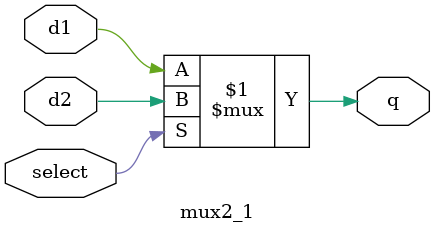
<source format=v>
`timescale 1ns / 1ps

module mux2_1(q,d1,d2,select); //Declared parameter list

  //-----------Input Ports---------------
  input d1, d2, select ;
  //-----------Output Ports---------------
  output q;
  //------------Internal Variables--------
  wire  q;
  //-------------Code Start-----------------
  assign q = (select) ? d2 : d1;
  
endmodule //End Of Module mux


</source>
